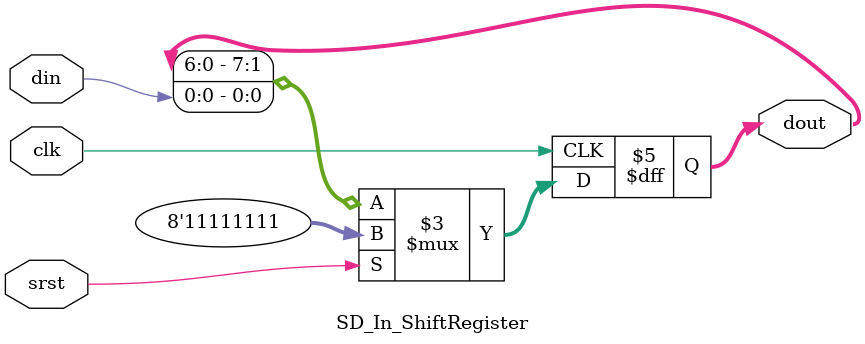
<source format=v>
`timescale 1ns / 1ps


module SD_In_ShiftRegister(
    input clk,
    input srst,
    input din,
    output reg [7:0] dout);

    always@(posedge clk)
    begin
        if (srst) dout = 8'hff;
        else dout = {dout[6:0],din};
    end
endmodule

</source>
